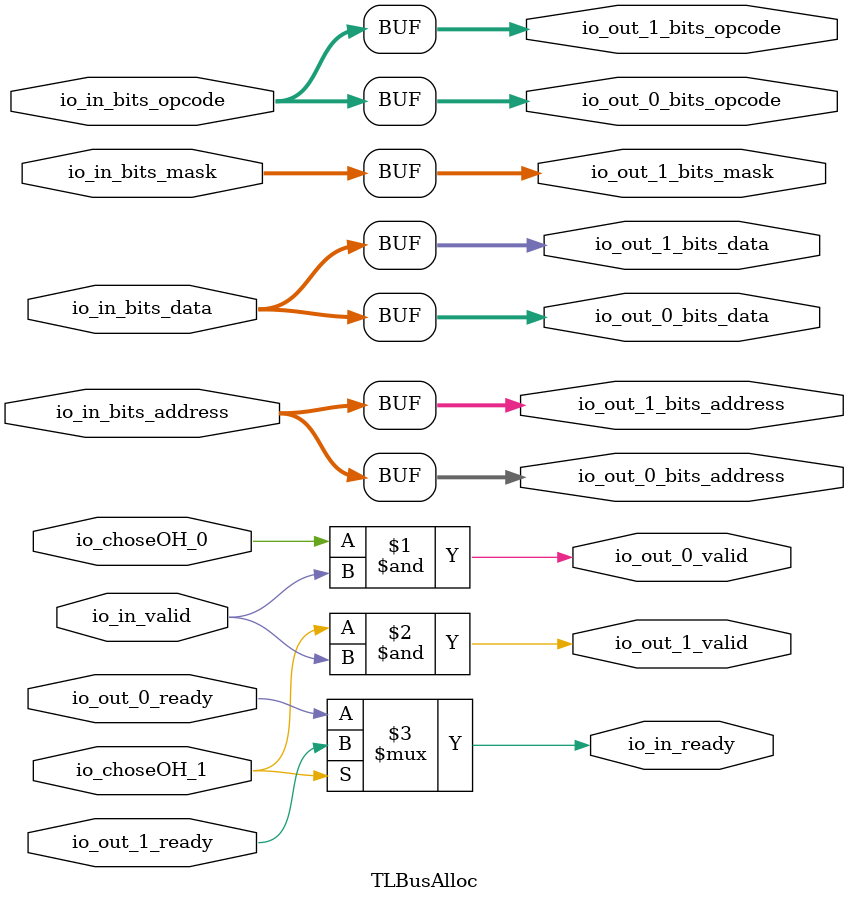
<source format=v>
module TLBusAlloc(
  input         io_out_0_ready,
  output        io_out_0_valid,
  output [2:0]  io_out_0_bits_opcode,
  output [31:0] io_out_0_bits_address,
  output [31:0] io_out_0_bits_data,
  input         io_out_1_ready,
  output        io_out_1_valid,
  output [2:0]  io_out_1_bits_opcode,
  output [31:0] io_out_1_bits_address,
  output [3:0]  io_out_1_bits_mask,
  output [31:0] io_out_1_bits_data,
  output        io_in_ready,
  input         io_in_valid,
  input  [2:0]  io_in_bits_opcode,
  input  [31:0] io_in_bits_address,
  input  [3:0]  io_in_bits_mask,
  input  [31:0] io_in_bits_data,
  input         io_choseOH_0,
  input         io_choseOH_1
);
  assign io_out_0_valid = io_choseOH_0 & io_in_valid; // @[Bus.scala 97:17 102:21 99:21]
  assign io_out_0_bits_opcode = io_in_bits_opcode; // @[Bus.scala 97:17 98:20]
  assign io_out_0_bits_address = io_in_bits_address; // @[Bus.scala 97:17 98:20]
  assign io_out_0_bits_data = io_in_bits_data; // @[Bus.scala 97:17 98:20]
  assign io_out_1_valid = io_choseOH_1 & io_in_valid; // @[Bus.scala 97:17 102:21 99:21]
  assign io_out_1_bits_opcode = io_in_bits_opcode; // @[Bus.scala 97:17 98:20]
  assign io_out_1_bits_address = io_in_bits_address; // @[Bus.scala 97:17 98:20]
  assign io_out_1_bits_mask = io_in_bits_mask; // @[Bus.scala 97:17 98:20]
  assign io_out_1_bits_data = io_in_bits_data; // @[Bus.scala 97:17 98:20]
  assign io_in_ready = io_choseOH_1 ? io_out_1_ready : io_out_0_ready; // @[Bus.scala 97:17 100:25]
endmodule

</source>
